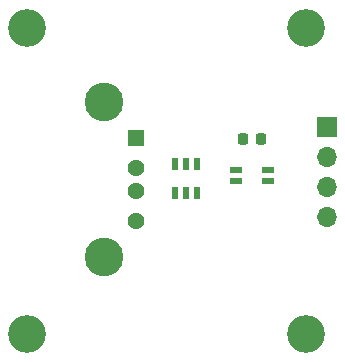
<source format=gbr>
%TF.GenerationSoftware,KiCad,Pcbnew,(6.0.0)*%
%TF.CreationDate,2022-01-04T00:39:42-05:00*%
%TF.ProjectId,wii mini usb esd board,77696920-6d69-46e6-9920-757362206573,rev?*%
%TF.SameCoordinates,Original*%
%TF.FileFunction,Soldermask,Top*%
%TF.FilePolarity,Negative*%
%FSLAX46Y46*%
G04 Gerber Fmt 4.6, Leading zero omitted, Abs format (unit mm)*
G04 Created by KiCad (PCBNEW (6.0.0)) date 2022-01-04 00:39:42*
%MOMM*%
%LPD*%
G01*
G04 APERTURE LIST*
G04 Aperture macros list*
%AMRoundRect*
0 Rectangle with rounded corners*
0 $1 Rounding radius*
0 $2 $3 $4 $5 $6 $7 $8 $9 X,Y pos of 4 corners*
0 Add a 4 corners polygon primitive as box body*
4,1,4,$2,$3,$4,$5,$6,$7,$8,$9,$2,$3,0*
0 Add four circle primitives for the rounded corners*
1,1,$1+$1,$2,$3*
1,1,$1+$1,$4,$5*
1,1,$1+$1,$6,$7*
1,1,$1+$1,$8,$9*
0 Add four rect primitives between the rounded corners*
20,1,$1+$1,$2,$3,$4,$5,0*
20,1,$1+$1,$4,$5,$6,$7,0*
20,1,$1+$1,$6,$7,$8,$9,0*
20,1,$1+$1,$8,$9,$2,$3,0*%
G04 Aperture macros list end*
%ADD10R,1.700000X1.700000*%
%ADD11O,1.700000X1.700000*%
%ADD12R,0.600000X1.100000*%
%ADD13R,1.050000X0.600000*%
%ADD14R,1.428000X1.428000*%
%ADD15C,1.428000*%
%ADD16C,3.276000*%
%ADD17RoundRect,0.225000X-0.225000X-0.250000X0.225000X-0.250000X0.225000X0.250000X-0.225000X0.250000X0*%
%ADD18C,3.200000*%
G04 APERTURE END LIST*
D10*
%TO.C,J2*%
X137668000Y-84582000D03*
D11*
X137668000Y-87122000D03*
X137668000Y-89662000D03*
X137668000Y-92202000D03*
%TD*%
D12*
%TO.C,D1*%
X124780000Y-90150000D03*
X125730000Y-90150000D03*
X126680000Y-90150000D03*
X126680000Y-87650000D03*
X125730000Y-87650000D03*
X124780000Y-87650000D03*
%TD*%
D13*
%TO.C,FL1*%
X129993000Y-89146000D03*
X132643000Y-89146000D03*
X132643000Y-88146000D03*
X129993000Y-88146000D03*
%TD*%
D14*
%TO.C,J1*%
X121511500Y-85492500D03*
D15*
X121511500Y-87992500D03*
X121511500Y-89992500D03*
X121511500Y-92492500D03*
D16*
X118801500Y-82422500D03*
X118801500Y-95562500D03*
%TD*%
D17*
%TO.C,FB1*%
X130543000Y-85598000D03*
X132093000Y-85598000D03*
%TD*%
D18*
%TO.C,H3*%
X135890000Y-102108000D03*
%TD*%
%TO.C,H4*%
X135890000Y-76124000D03*
%TD*%
%TO.C,H2*%
X112268000Y-76124000D03*
%TD*%
%TO.C,H1*%
X112268000Y-102108000D03*
%TD*%
M02*

</source>
